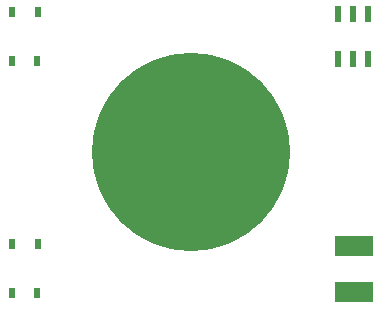
<source format=gbr>
G04 DipTrace 3.2.0.1*
G04 BottomPaste.gbr*
%MOIN*%
G04 #@! TF.FileFunction,Paste,Bot*
G04 #@! TF.Part,Single*
%AMOUTLINE2*
4,1,4,
0.010802,-0.025601,
-0.010853,-0.02558,
-0.010802,0.025601,
0.010853,0.02558,
0.010802,-0.025601,
0*%
%AMOUTLINE8*
4,1,4,
0.009984,0.017637,
0.009701,-0.017794,
-0.009984,-0.017637,
-0.009701,0.017794,
0.009984,0.017637,
0*%
%AMOUTLINE11*
4,1,4,
-0.009984,-0.017637,
-0.009701,0.017794,
0.009984,0.017637,
0.009701,-0.017794,
-0.009984,-0.017637,
0*%
%ADD33C,0.661417*%
%ADD45R,0.125984X0.066929*%
%ADD51OUTLINE2*%
%ADD57OUTLINE8*%
%ADD60OUTLINE11*%
%FSLAX26Y26*%
G04*
G70*
G90*
G75*
G01*
G04 BotPaste*
%LPD*%
D45*
X545906Y-310280D3*
Y-463823D3*
D51*
X593379Y459990D3*
X543378Y460038D3*
X493378Y460088D3*
X593232Y311564D3*
X543234Y311614D3*
X493232Y311663D3*
D33*
X3367Y0D3*
D57*
X-509513Y303798D3*
X-594156Y304475D3*
X-508206Y467178D3*
X-592849Y467856D3*
D60*
Y-303798D3*
X-508206Y-304475D3*
X-594156Y-467178D3*
X-509513Y-467856D3*
M02*

</source>
